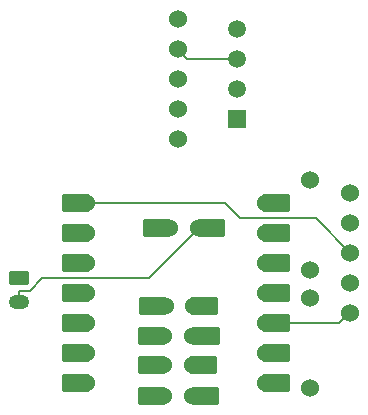
<source format=gbr>
%TF.GenerationSoftware,KiCad,Pcbnew,9.0.4*%
%TF.CreationDate,2025-08-19T16:45:46+02:00*%
%TF.ProjectId,XIAOC6_Occupancy_Battery,5849414f-4336-45f4-9f63-637570616e63,rev?*%
%TF.SameCoordinates,Original*%
%TF.FileFunction,Copper,L1,Top*%
%TF.FilePolarity,Positive*%
%FSLAX46Y46*%
G04 Gerber Fmt 4.6, Leading zero omitted, Abs format (unit mm)*
G04 Created by KiCad (PCBNEW 9.0.4) date 2025-08-19 16:45:46*
%MOMM*%
%LPD*%
G01*
G04 APERTURE LIST*
G04 Aperture macros list*
%AMRoundRect*
0 Rectangle with rounded corners*
0 $1 Rounding radius*
0 $2 $3 $4 $5 $6 $7 $8 $9 X,Y pos of 4 corners*
0 Add a 4 corners polygon primitive as box body*
4,1,4,$2,$3,$4,$5,$6,$7,$8,$9,$2,$3,0*
0 Add four circle primitives for the rounded corners*
1,1,$1+$1,$2,$3*
1,1,$1+$1,$4,$5*
1,1,$1+$1,$6,$7*
1,1,$1+$1,$8,$9*
0 Add four rect primitives between the rounded corners*
20,1,$1+$1,$2,$3,$4,$5,0*
20,1,$1+$1,$4,$5,$6,$7,0*
20,1,$1+$1,$6,$7,$8,$9,0*
20,1,$1+$1,$8,$9,$2,$3,0*%
G04 Aperture macros list end*
%TA.AperFunction,ComponentPad*%
%ADD10R,1.500000X1.500000*%
%TD*%
%TA.AperFunction,ComponentPad*%
%ADD11C,1.500000*%
%TD*%
%TA.AperFunction,ComponentPad*%
%ADD12RoundRect,0.250000X-0.625000X0.350000X-0.625000X-0.350000X0.625000X-0.350000X0.625000X0.350000X0*%
%TD*%
%TA.AperFunction,ComponentPad*%
%ADD13O,1.750000X1.200000*%
%TD*%
%TA.AperFunction,SMDPad,CuDef*%
%ADD14RoundRect,0.152400X-1.063600X-0.609600X1.063600X-0.609600X1.063600X0.609600X-1.063600X0.609600X0*%
%TD*%
%TA.AperFunction,ComponentPad*%
%ADD15C,1.524000*%
%TD*%
%TA.AperFunction,SMDPad,CuDef*%
%ADD16RoundRect,0.152400X1.063600X0.609600X-1.063600X0.609600X-1.063600X-0.609600X1.063600X-0.609600X0*%
%TD*%
%TA.AperFunction,SMDPad,CuDef*%
%ADD17RoundRect,0.160000X-1.048000X-0.640000X1.048000X-0.640000X1.048000X0.640000X-1.048000X0.640000X0*%
%TD*%
%TA.AperFunction,SMDPad,CuDef*%
%ADD18RoundRect,0.160000X1.048000X0.640000X-1.048000X0.640000X-1.048000X-0.640000X1.048000X-0.640000X0*%
%TD*%
%TA.AperFunction,Conductor*%
%ADD19C,0.200000*%
%TD*%
G04 APERTURE END LIST*
D10*
%TO.P,U3,1,VDD*%
%TO.N,+3.3V*%
X114292500Y-37500000D03*
D11*
%TO.P,U3,2,VSS*%
%TO.N,-BATT*%
X114292500Y-34960000D03*
%TO.P,U3,3,SDA*%
%TO.N,SDA*%
X114292500Y-32420000D03*
%TO.P,U3,4,SCL*%
%TO.N,SCL*%
X114292500Y-29880000D03*
%TD*%
D12*
%TO.P,J1,1,Pin_1*%
%TO.N,-BATT*%
X95850000Y-51000000D03*
D13*
%TO.P,J1,2,Pin_2*%
%TO.N,+BATT*%
X95850000Y-53000000D03*
%TD*%
D14*
%TO.P,U2,1,GPIO0_A0_D0*%
%TO.N,Net-(U2-GPIO0_A0_D0)*%
X117575000Y-59920000D03*
D15*
X116740000Y-59920000D03*
D14*
%TO.P,U2,2,GPIO1_A1_D1*%
%TO.N,unconnected-(U2-GPIO1_A1_D1-Pad2)*%
X117575000Y-57380000D03*
D15*
X116740000Y-57380000D03*
D14*
%TO.P,U2,3,GPIO2_A2_D2*%
%TO.N,LD2410S_EXT*%
X117575000Y-54840000D03*
D15*
X116740000Y-54840000D03*
D14*
%TO.P,U2,4,GPIO21_D3*%
%TO.N,BH1750_ADDR*%
X117575000Y-52300000D03*
D15*
X116740000Y-52300000D03*
D14*
%TO.P,U2,5,GPIO22_D4_SDA*%
%TO.N,SDA*%
X117575000Y-49760000D03*
D15*
X116740000Y-49760000D03*
D14*
%TO.P,U2,6,GPIO23_D5_SCL*%
%TO.N,SCL*%
X117575000Y-47220000D03*
D15*
X116740000Y-47220000D03*
D14*
%TO.P,U2,7,GPIO16_D6_TX*%
%TO.N,TX*%
X117575000Y-44680000D03*
D15*
X116740000Y-44680000D03*
%TO.P,U2,8,GPIO17_D7_RX*%
%TO.N,RX*%
X101500000Y-44680000D03*
D16*
X100665000Y-44680000D03*
D15*
%TO.P,U2,9,GPIO19_D8_SCK*%
%TO.N,unconnected-(U2-GPIO19_D8_SCK-Pad9)*%
X101500000Y-47220000D03*
D16*
X100665000Y-47220000D03*
D15*
%TO.P,U2,10,GPIO20_D9_MISO*%
%TO.N,unconnected-(U2-GPIO20_D9_MISO-Pad10)*%
X101500000Y-49760000D03*
D16*
X100665000Y-49760000D03*
D15*
%TO.P,U2,11,GPIO18_D10_MOSI*%
%TO.N,unconnected-(U2-GPIO18_D10_MOSI-Pad11)*%
X101500000Y-52300000D03*
D16*
X100665000Y-52300000D03*
D15*
%TO.P,U2,12,3V3*%
%TO.N,+3.3V*%
X101500000Y-54840000D03*
D16*
X100665000Y-54840000D03*
D15*
%TO.P,U2,13,GND*%
%TO.N,-BATT*%
X101500000Y-57380000D03*
D16*
X100665000Y-57380000D03*
D15*
%TO.P,U2,14,5V*%
%TO.N,unconnected-(U2-5V-Pad14)*%
X101500000Y-59920000D03*
D16*
X100665000Y-59920000D03*
D17*
%TO.P,U2,15,BAT*%
%TO.N,+BATT*%
X112083000Y-46800000D03*
D15*
X111075000Y-46800000D03*
%TO.P,U2,16,GND*%
%TO.N,-BATT*%
X108575000Y-46800000D03*
D18*
X107567000Y-46800000D03*
D14*
%TO.P,U2,17,MTDI*%
%TO.N,unconnected-(U2-MTDI-Pad17)*%
X111575000Y-61000000D03*
D15*
X110575000Y-61000000D03*
%TO.P,U2,18,MTDO*%
%TO.N,unconnected-(U2-MTDO-Pad18)*%
X108075000Y-61000000D03*
D16*
X107075000Y-61000000D03*
D14*
%TO.P,U2,19,CHIP_EN*%
%TO.N,unconnected-(U2-CHIP_EN-Pad19)*%
X111410000Y-58400000D03*
D15*
X110575000Y-58400000D03*
%TO.P,U2,20,GND*%
%TO.N,unconnected-(U2-GND-Pad20)*%
X108075000Y-58400000D03*
D16*
X107075000Y-58400000D03*
D14*
%TO.P,U2,21,MTMS*%
%TO.N,unconnected-(U2-MTMS-Pad21)*%
X111675000Y-55900000D03*
D15*
X110575000Y-55900000D03*
%TO.P,U2,22,MTCK*%
%TO.N,unconnected-(U2-MTCK-Pad22)*%
X108075000Y-55900000D03*
D16*
X107075000Y-55900000D03*
D14*
%TO.P,U2,23,BOOT*%
%TO.N,unconnected-(U2-BOOT-Pad23)*%
X111510000Y-53400000D03*
D15*
X110675000Y-53400000D03*
%TO.P,U2,24,3V3_1*%
%TO.N,unconnected-(U2-3V3_1-Pad24)*%
X108175000Y-53400000D03*
D16*
X107175000Y-53400000D03*
%TD*%
D15*
%TO.P,R1,1*%
%TO.N,+BATT*%
X120500000Y-60310000D03*
%TO.P,R1,2*%
%TO.N,Net-(U2-GPIO0_A0_D0)*%
X120500000Y-52690000D03*
%TD*%
%TO.P,R2,1*%
%TO.N,Net-(U2-GPIO0_A0_D0)*%
X120500000Y-50310000D03*
%TO.P,R2,2*%
%TO.N,-BATT*%
X120500000Y-42690000D03*
%TD*%
%TO.P,U4,3V3,3V3*%
%TO.N,+3.3V*%
X123876600Y-43762100D03*
%TO.P,U4,GND,GND*%
%TO.N,-BATT*%
X123876600Y-46302100D03*
%TO.P,U4,OT2,OT2*%
%TO.N,LD2410S_EXT*%
X123876600Y-53922100D03*
%TO.P,U4,RX,RX*%
%TO.N,TX*%
X123876600Y-51382100D03*
%TO.P,U4,TX,TX*%
%TO.N,RX*%
X123876600Y-48842100D03*
%TD*%
%TO.P,U1,1,VCC*%
%TO.N,+3.3V*%
X109270000Y-39207000D03*
%TO.P,U1,2,GND*%
%TO.N,-BATT*%
X109270000Y-36667000D03*
%TO.P,U1,3,SCL*%
%TO.N,SCL*%
X109270000Y-34127000D03*
%TO.P,U1,4,SDA*%
%TO.N,SDA*%
X109270000Y-31587000D03*
%TO.P,U1,5,ADDR*%
%TO.N,BH1750_ADDR*%
X109270000Y-29047000D03*
%TD*%
D19*
%TO.N,unconnected-(U2-GPIO1_A1_D1-Pad2)*%
X116740000Y-57380000D02*
X117575000Y-57380000D01*
%TO.N,unconnected-(U2-GPIO19_D8_SCK-Pad9)*%
X100665000Y-47220000D02*
X101500000Y-47220000D01*
%TO.N,RX*%
X113240900Y-44680000D02*
X101500000Y-44680000D01*
X114510900Y-45950000D02*
X113240900Y-44680000D01*
X120984500Y-45950000D02*
X114510900Y-45950000D01*
X123876600Y-48842100D02*
X120984500Y-45950000D01*
X100665000Y-44680000D02*
X101500000Y-44680000D01*
%TO.N,unconnected-(U2-BOOT-Pad23)*%
X110675000Y-53400000D02*
X111510000Y-53400000D01*
%TO.N,unconnected-(U2-5V-Pad14)*%
X100665000Y-59920000D02*
X101500000Y-59920000D01*
%TO.N,SDA*%
X116740000Y-49760000D02*
X117575000Y-49760000D01*
X110103000Y-32420000D02*
X109270000Y-31587000D01*
X114292500Y-32420000D02*
X110103000Y-32420000D01*
%TO.N,BH1750_ADDR*%
X116740000Y-52300000D02*
X117575000Y-52300000D01*
%TO.N,unconnected-(U2-MTDO-Pad18)*%
X107075000Y-61000000D02*
X108075000Y-61000000D01*
%TO.N,unconnected-(U2-MTMS-Pad21)*%
X110575000Y-55900000D02*
X111675000Y-55900000D01*
%TO.N,SCL*%
X116740000Y-47220000D02*
X117575000Y-47220000D01*
%TO.N,unconnected-(U2-GPIO18_D10_MOSI-Pad11)*%
X101500000Y-52300000D02*
X100665000Y-52300000D01*
%TO.N,unconnected-(U2-CHIP_EN-Pad19)*%
X110575000Y-58400000D02*
X111410000Y-58400000D01*
%TO.N,unconnected-(U2-GND-Pad20)*%
X108075000Y-58400000D02*
X107075000Y-58400000D01*
%TO.N,LD2410S_EXT*%
X122958700Y-54840000D02*
X117575000Y-54840000D01*
X123876600Y-53922100D02*
X122958700Y-54840000D01*
X116740000Y-54840000D02*
X117575000Y-54840000D01*
%TO.N,TX*%
X116740000Y-44680000D02*
X117575000Y-44680000D01*
%TO.N,unconnected-(U2-GPIO20_D9_MISO-Pad10)*%
X101500000Y-49760000D02*
X100665000Y-49760000D01*
%TO.N,unconnected-(U2-MTCK-Pad22)*%
X107075000Y-55900000D02*
X108075000Y-55900000D01*
%TO.N,unconnected-(U2-MTDI-Pad17)*%
X111575000Y-61000000D02*
X110575000Y-61000000D01*
%TO.N,unconnected-(U2-3V3_1-Pad24)*%
X107175000Y-53400000D02*
X108175000Y-53400000D01*
%TO.N,Net-(U2-GPIO0_A0_D0)*%
X117575000Y-59920000D02*
X116740000Y-59920000D01*
%TO.N,+BATT*%
X112083000Y-46800000D02*
X111075000Y-46800000D01*
X96751700Y-52098300D02*
X95850000Y-52098300D01*
X97820000Y-51030000D02*
X96751700Y-52098300D01*
X106845000Y-51030000D02*
X97820000Y-51030000D01*
X111075000Y-46800000D02*
X106845000Y-51030000D01*
X95850000Y-53000000D02*
X95850000Y-52098300D01*
%TO.N,+3.3V*%
X101500000Y-54840000D02*
X100665000Y-54840000D01*
%TO.N,-BATT*%
X101500000Y-57380000D02*
X100665000Y-57380000D01*
X108575000Y-46800000D02*
X107567000Y-46800000D01*
%TD*%
M02*

</source>
